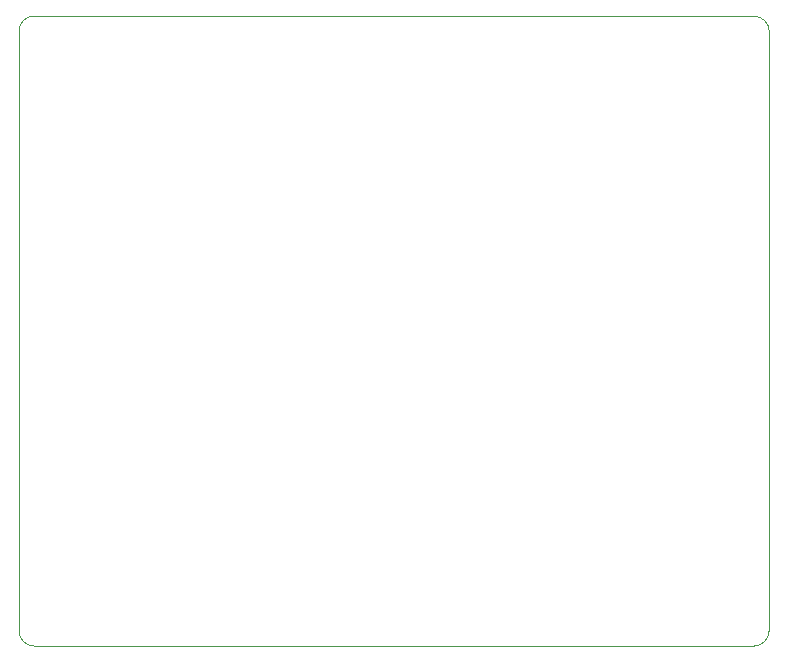
<source format=gbr>
%TF.GenerationSoftware,KiCad,Pcbnew,(5.1.6)-1*%
%TF.CreationDate,2021-01-25T23:31:43+01:00*%
%TF.ProjectId,LEDFlasher,4c454446-6c61-4736-9865-722e6b696361,v 0.3*%
%TF.SameCoordinates,Original*%
%TF.FileFunction,Profile,NP*%
%FSLAX46Y46*%
G04 Gerber Fmt 4.6, Leading zero omitted, Abs format (unit mm)*
G04 Created by KiCad (PCBNEW (5.1.6)-1) date 2021-01-25 23:31:43*
%MOMM*%
%LPD*%
G01*
G04 APERTURE LIST*
%TA.AperFunction,Profile*%
%ADD10C,0.050000*%
%TD*%
G04 APERTURE END LIST*
D10*
X161302700Y-63654937D02*
G75*
G02*
X162567620Y-64922400I0J-1264923D01*
G01*
X162560000Y-115697000D02*
G75*
G02*
X161290000Y-116967000I-1270000J0D01*
G01*
X100330000Y-116967000D02*
X161290000Y-116967000D01*
X100330000Y-116967000D02*
G75*
G02*
X99060000Y-115697000I0J1270000D01*
G01*
X99060000Y-64897000D02*
X99060000Y-115697000D01*
X99060000Y-64897000D02*
G75*
G02*
X100330000Y-63627000I1270000J0D01*
G01*
X162567620Y-64922400D02*
X162560000Y-115697000D01*
X100330000Y-63627000D02*
X161302700Y-63654937D01*
M02*

</source>
